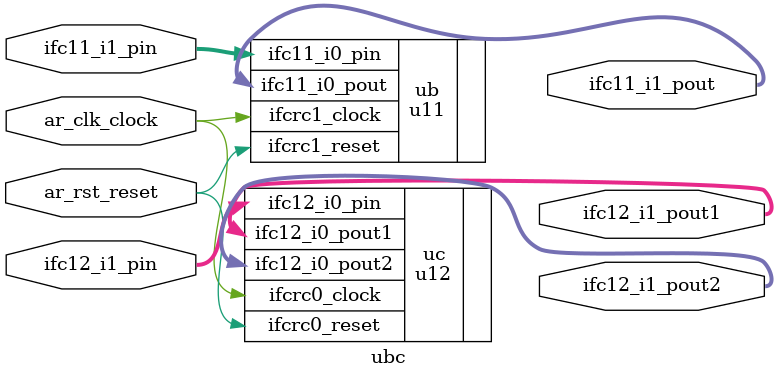
<source format=v>
`include "defines.v"

module ubc(ifc11_i1_pin,
           ifc11_i1_pout,
           ifc12_i1_pin,
           ifc12_i1_pout1,
           ifc12_i1_pout2,
           ar_rst_reset,
           ar_clk_clock);
// Location of source csl unit: file name = ar13b.csl line number = 65
  input [8 - 1:0] ifc11_i1_pin;
  input [8 - 1:0] ifc12_i1_pin;
  input [1 - 1:0] ar_rst_reset;
  input [1 - 1:0] ar_clk_clock;
  output [8 - 1:0] ifc11_i1_pout;
  output [8 - 1:0] ifc12_i1_pout1;
  output [8 - 1:0] ifc12_i1_pout2;
  u11 ub(.ifc11_i0_pin(ifc11_i1_pin),
         .ifc11_i0_pout(ifc11_i1_pout),
         .ifcrc1_clock(ar_clk_clock),
         .ifcrc1_reset(ar_rst_reset));
  u12 uc(.ifc12_i0_pin(ifc12_i1_pin),
         .ifc12_i0_pout1(ifc12_i1_pout1),
         .ifc12_i0_pout2(ifc12_i1_pout2),
         .ifcrc0_clock(ar_clk_clock),
         .ifcrc0_reset(ar_rst_reset));
  `include "ubc.logic.v"
endmodule


</source>
